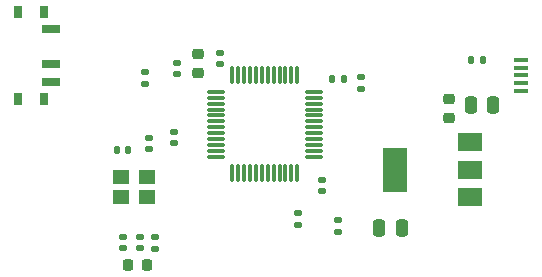
<source format=gbr>
%TF.GenerationSoftware,KiCad,Pcbnew,(7.0.0)*%
%TF.CreationDate,2023-02-16T03:23:41+08:00*%
%TF.ProjectId,STM32F103C8T6_BreakOut_Board,53544d33-3246-4313-9033-433854365f42,rev?*%
%TF.SameCoordinates,Original*%
%TF.FileFunction,Paste,Top*%
%TF.FilePolarity,Positive*%
%FSLAX46Y46*%
G04 Gerber Fmt 4.6, Leading zero omitted, Abs format (unit mm)*
G04 Created by KiCad (PCBNEW (7.0.0)) date 2023-02-16 03:23:41*
%MOMM*%
%LPD*%
G01*
G04 APERTURE LIST*
G04 Aperture macros list*
%AMRoundRect*
0 Rectangle with rounded corners*
0 $1 Rounding radius*
0 $2 $3 $4 $5 $6 $7 $8 $9 X,Y pos of 4 corners*
0 Add a 4 corners polygon primitive as box body*
4,1,4,$2,$3,$4,$5,$6,$7,$8,$9,$2,$3,0*
0 Add four circle primitives for the rounded corners*
1,1,$1+$1,$2,$3*
1,1,$1+$1,$4,$5*
1,1,$1+$1,$6,$7*
1,1,$1+$1,$8,$9*
0 Add four rect primitives between the rounded corners*
20,1,$1+$1,$2,$3,$4,$5,0*
20,1,$1+$1,$4,$5,$6,$7,0*
20,1,$1+$1,$6,$7,$8,$9,0*
20,1,$1+$1,$8,$9,$2,$3,0*%
G04 Aperture macros list end*
%ADD10RoundRect,0.250000X-0.250000X-0.475000X0.250000X-0.475000X0.250000X0.475000X-0.250000X0.475000X0*%
%ADD11RoundRect,0.140000X-0.170000X0.140000X-0.170000X-0.140000X0.170000X-0.140000X0.170000X0.140000X0*%
%ADD12R,2.000000X1.500000*%
%ADD13R,2.000000X3.800000*%
%ADD14R,1.400000X1.200000*%
%ADD15R,0.800000X1.000000*%
%ADD16R,1.500000X0.700000*%
%ADD17RoundRect,0.140000X-0.140000X-0.170000X0.140000X-0.170000X0.140000X0.170000X-0.140000X0.170000X0*%
%ADD18RoundRect,0.140000X0.170000X-0.140000X0.170000X0.140000X-0.170000X0.140000X-0.170000X-0.140000X0*%
%ADD19RoundRect,0.135000X-0.185000X0.135000X-0.185000X-0.135000X0.185000X-0.135000X0.185000X0.135000X0*%
%ADD20RoundRect,0.218750X-0.256250X0.218750X-0.256250X-0.218750X0.256250X-0.218750X0.256250X0.218750X0*%
%ADD21RoundRect,0.075000X-0.662500X-0.075000X0.662500X-0.075000X0.662500X0.075000X-0.662500X0.075000X0*%
%ADD22RoundRect,0.075000X-0.075000X-0.662500X0.075000X-0.662500X0.075000X0.662500X-0.075000X0.662500X0*%
%ADD23RoundRect,0.218750X0.218750X0.256250X-0.218750X0.256250X-0.218750X-0.256250X0.218750X-0.256250X0*%
%ADD24RoundRect,0.225000X0.250000X-0.225000X0.250000X0.225000X-0.250000X0.225000X-0.250000X-0.225000X0*%
%ADD25R,1.300000X0.450000*%
%ADD26RoundRect,0.135000X0.185000X-0.135000X0.185000X0.135000X-0.185000X0.135000X-0.185000X-0.135000X0*%
%ADD27RoundRect,0.135000X0.135000X0.185000X-0.135000X0.185000X-0.135000X-0.185000X0.135000X-0.185000X0*%
G04 APERTURE END LIST*
D10*
%TO.C,C13*%
X160250000Y-91380000D03*
X162150000Y-91380000D03*
%TD*%
D11*
%TO.C,C4*%
X147650000Y-97710000D03*
X147650000Y-98670000D03*
%TD*%
D12*
%TO.C,U2*%
X160149999Y-99159999D03*
X160149999Y-96859999D03*
D13*
X153849999Y-96859999D03*
D12*
X160149999Y-94559999D03*
%TD*%
D14*
%TO.C,Y1*%
X130619999Y-99159999D03*
X132819999Y-99159999D03*
X132819999Y-97459999D03*
X130619999Y-97459999D03*
%TD*%
D15*
%TO.C,SW1*%
X124094999Y-83549999D03*
X121884999Y-83549999D03*
X124094999Y-90849999D03*
X121884999Y-90849999D03*
D16*
X124744999Y-84949999D03*
X124744999Y-87949999D03*
X124744999Y-89449999D03*
%TD*%
D17*
%TO.C,C3*%
X148540000Y-89230000D03*
X149500000Y-89230000D03*
%TD*%
D18*
%TO.C,C9*%
X130765000Y-103542500D03*
X130765000Y-102582500D03*
%TD*%
D19*
%TO.C,R1*%
X132660000Y-88600000D03*
X132660000Y-89620000D03*
%TD*%
D20*
%TO.C,D1*%
X158390000Y-90882500D03*
X158390000Y-92457500D03*
%TD*%
D21*
%TO.C,U1*%
X138647500Y-90280000D03*
X138647500Y-90780000D03*
X138647500Y-91280000D03*
X138647500Y-91780000D03*
X138647500Y-92280000D03*
X138647500Y-92780000D03*
X138647500Y-93280000D03*
X138647500Y-93780000D03*
X138647500Y-94280000D03*
X138647500Y-94780000D03*
X138647500Y-95280000D03*
X138647500Y-95780000D03*
D22*
X140060000Y-97192500D03*
X140560000Y-97192500D03*
X141060000Y-97192500D03*
X141560000Y-97192500D03*
X142060000Y-97192500D03*
X142560000Y-97192500D03*
X143060000Y-97192500D03*
X143560000Y-97192500D03*
X144060000Y-97192500D03*
X144560000Y-97192500D03*
X145060000Y-97192500D03*
X145560000Y-97192500D03*
D21*
X146972500Y-95780000D03*
X146972500Y-95280000D03*
X146972500Y-94780000D03*
X146972500Y-94280000D03*
X146972500Y-93780000D03*
X146972500Y-93280000D03*
X146972500Y-92780000D03*
X146972500Y-92280000D03*
X146972500Y-91780000D03*
X146972500Y-91280000D03*
X146972500Y-90780000D03*
X146972500Y-90280000D03*
D22*
X145560000Y-88867500D03*
X145060000Y-88867500D03*
X144560000Y-88867500D03*
X144060000Y-88867500D03*
X143560000Y-88867500D03*
X143060000Y-88867500D03*
X142560000Y-88867500D03*
X142060000Y-88867500D03*
X141560000Y-88867500D03*
X141060000Y-88867500D03*
X140560000Y-88867500D03*
X140060000Y-88867500D03*
%TD*%
D11*
%TO.C,C12*%
X133000000Y-94200000D03*
X133000000Y-95160000D03*
%TD*%
D23*
%TO.C,FB1*%
X132840000Y-104922500D03*
X131265000Y-104922500D03*
%TD*%
D18*
%TO.C,C5*%
X135410000Y-88760000D03*
X135410000Y-87800000D03*
%TD*%
D24*
%TO.C,C6*%
X137170000Y-88650000D03*
X137170000Y-87100000D03*
%TD*%
D11*
%TO.C,C10*%
X135090000Y-93660000D03*
X135090000Y-94620000D03*
%TD*%
D19*
%TO.C,R2*%
X150970000Y-89010000D03*
X150970000Y-90030000D03*
%TD*%
D25*
%TO.C,J1*%
X164525330Y-90180330D03*
X164525330Y-89530330D03*
X164525330Y-88880330D03*
X164525330Y-88230330D03*
X164525330Y-87580330D03*
%TD*%
D26*
%TO.C,R5*%
X149000000Y-102170000D03*
X149000000Y-101150000D03*
%TD*%
D18*
%TO.C,C1*%
X139040000Y-87960000D03*
X139040000Y-87000000D03*
%TD*%
D19*
%TO.C,R4*%
X145640000Y-100530000D03*
X145640000Y-101550000D03*
%TD*%
D10*
%TO.C,C14*%
X152510000Y-101830000D03*
X154410000Y-101830000D03*
%TD*%
D18*
%TO.C,C7*%
X133485000Y-103552500D03*
X133485000Y-102592500D03*
%TD*%
D27*
%TO.C,R3*%
X161320000Y-87610000D03*
X160300000Y-87610000D03*
%TD*%
D17*
%TO.C,C11*%
X130280000Y-95210000D03*
X131240000Y-95210000D03*
%TD*%
D18*
%TO.C,C8*%
X132235000Y-103542500D03*
X132235000Y-102582500D03*
%TD*%
M02*

</source>
